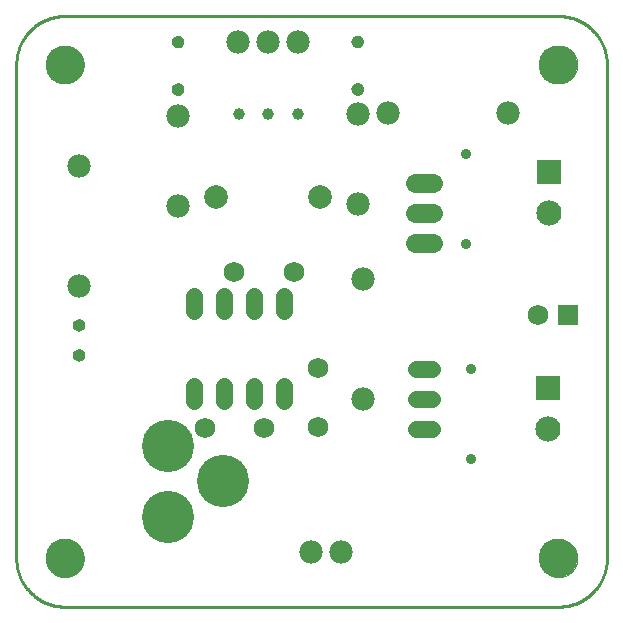
<source format=gts>
G75*
%MOIN*%
%OFA0B0*%
%FSLAX25Y25*%
%IPPOS*%
%LPD*%
%AMOC8*
5,1,8,0,0,1.08239X$1,22.5*
%
%ADD10C,0.01000*%
%ADD11C,0.06900*%
%ADD12C,0.07800*%
%ADD13C,0.05600*%
%ADD14C,0.00500*%
%ADD15C,0.06400*%
%ADD16C,0.07874*%
%ADD17C,0.03937*%
%ADD18R,0.06900X0.06900*%
%ADD19C,0.03600*%
%ADD20C,0.00000*%
%ADD21C,0.12998*%
%ADD22R,0.08400X0.08400*%
%ADD23C,0.08400*%
%ADD24C,0.17400*%
D10*
X0016067Y0027183D02*
X0016067Y0191750D01*
X0016072Y0192140D01*
X0016086Y0192530D01*
X0016109Y0192919D01*
X0016142Y0193308D01*
X0016185Y0193696D01*
X0016236Y0194082D01*
X0016297Y0194468D01*
X0016368Y0194851D01*
X0016447Y0195233D01*
X0016536Y0195613D01*
X0016634Y0195991D01*
X0016741Y0196366D01*
X0016857Y0196738D01*
X0016982Y0197108D01*
X0017116Y0197474D01*
X0017259Y0197837D01*
X0017410Y0198197D01*
X0017570Y0198552D01*
X0017739Y0198904D01*
X0017916Y0199252D01*
X0018101Y0199595D01*
X0018295Y0199933D01*
X0018497Y0200267D01*
X0018707Y0200596D01*
X0018924Y0200920D01*
X0019150Y0201238D01*
X0019383Y0201551D01*
X0019623Y0201858D01*
X0019871Y0202159D01*
X0020127Y0202454D01*
X0020389Y0202743D01*
X0020658Y0203025D01*
X0020934Y0203301D01*
X0021216Y0203570D01*
X0021505Y0203832D01*
X0021800Y0204088D01*
X0022101Y0204336D01*
X0022408Y0204576D01*
X0022721Y0204809D01*
X0023039Y0205035D01*
X0023363Y0205252D01*
X0023692Y0205462D01*
X0024026Y0205664D01*
X0024364Y0205858D01*
X0024707Y0206043D01*
X0025055Y0206220D01*
X0025407Y0206389D01*
X0025762Y0206549D01*
X0026122Y0206700D01*
X0026485Y0206843D01*
X0026851Y0206977D01*
X0027221Y0207102D01*
X0027593Y0207218D01*
X0027968Y0207325D01*
X0028346Y0207423D01*
X0028726Y0207512D01*
X0029108Y0207591D01*
X0029491Y0207662D01*
X0029877Y0207723D01*
X0030263Y0207774D01*
X0030651Y0207817D01*
X0031040Y0207850D01*
X0031429Y0207873D01*
X0031819Y0207887D01*
X0032209Y0207892D01*
X0196776Y0207892D01*
X0197166Y0207887D01*
X0197556Y0207873D01*
X0197945Y0207850D01*
X0198334Y0207817D01*
X0198722Y0207774D01*
X0199108Y0207723D01*
X0199494Y0207662D01*
X0199877Y0207591D01*
X0200259Y0207512D01*
X0200639Y0207423D01*
X0201017Y0207325D01*
X0201392Y0207218D01*
X0201764Y0207102D01*
X0202134Y0206977D01*
X0202500Y0206843D01*
X0202863Y0206700D01*
X0203223Y0206549D01*
X0203578Y0206389D01*
X0203930Y0206220D01*
X0204278Y0206043D01*
X0204621Y0205858D01*
X0204959Y0205664D01*
X0205293Y0205462D01*
X0205622Y0205252D01*
X0205946Y0205035D01*
X0206264Y0204809D01*
X0206577Y0204576D01*
X0206884Y0204336D01*
X0207185Y0204088D01*
X0207480Y0203832D01*
X0207769Y0203570D01*
X0208051Y0203301D01*
X0208327Y0203025D01*
X0208596Y0202743D01*
X0208858Y0202454D01*
X0209114Y0202159D01*
X0209362Y0201858D01*
X0209602Y0201551D01*
X0209835Y0201238D01*
X0210061Y0200920D01*
X0210278Y0200596D01*
X0210488Y0200267D01*
X0210690Y0199933D01*
X0210884Y0199595D01*
X0211069Y0199252D01*
X0211246Y0198904D01*
X0211415Y0198552D01*
X0211575Y0198197D01*
X0211726Y0197837D01*
X0211869Y0197474D01*
X0212003Y0197108D01*
X0212128Y0196738D01*
X0212244Y0196366D01*
X0212351Y0195991D01*
X0212449Y0195613D01*
X0212538Y0195233D01*
X0212617Y0194851D01*
X0212688Y0194468D01*
X0212749Y0194082D01*
X0212800Y0193696D01*
X0212843Y0193308D01*
X0212876Y0192919D01*
X0212899Y0192530D01*
X0212913Y0192140D01*
X0212918Y0191750D01*
X0212917Y0191750D02*
X0212917Y0027183D01*
X0212918Y0027183D02*
X0212913Y0026793D01*
X0212899Y0026403D01*
X0212876Y0026014D01*
X0212843Y0025625D01*
X0212800Y0025237D01*
X0212749Y0024851D01*
X0212688Y0024465D01*
X0212617Y0024082D01*
X0212538Y0023700D01*
X0212449Y0023320D01*
X0212351Y0022942D01*
X0212244Y0022567D01*
X0212128Y0022195D01*
X0212003Y0021825D01*
X0211869Y0021459D01*
X0211726Y0021096D01*
X0211575Y0020736D01*
X0211415Y0020381D01*
X0211246Y0020029D01*
X0211069Y0019681D01*
X0210884Y0019338D01*
X0210690Y0019000D01*
X0210488Y0018666D01*
X0210278Y0018337D01*
X0210061Y0018013D01*
X0209835Y0017695D01*
X0209602Y0017382D01*
X0209362Y0017075D01*
X0209114Y0016774D01*
X0208858Y0016479D01*
X0208596Y0016190D01*
X0208327Y0015908D01*
X0208051Y0015632D01*
X0207769Y0015363D01*
X0207480Y0015101D01*
X0207185Y0014845D01*
X0206884Y0014597D01*
X0206577Y0014357D01*
X0206264Y0014124D01*
X0205946Y0013898D01*
X0205622Y0013681D01*
X0205293Y0013471D01*
X0204959Y0013269D01*
X0204621Y0013075D01*
X0204278Y0012890D01*
X0203930Y0012713D01*
X0203578Y0012544D01*
X0203223Y0012384D01*
X0202863Y0012233D01*
X0202500Y0012090D01*
X0202134Y0011956D01*
X0201764Y0011831D01*
X0201392Y0011715D01*
X0201017Y0011608D01*
X0200639Y0011510D01*
X0200259Y0011421D01*
X0199877Y0011342D01*
X0199494Y0011271D01*
X0199108Y0011210D01*
X0198722Y0011159D01*
X0198334Y0011116D01*
X0197945Y0011083D01*
X0197556Y0011060D01*
X0197166Y0011046D01*
X0196776Y0011041D01*
X0032209Y0011041D01*
X0031819Y0011046D01*
X0031429Y0011060D01*
X0031040Y0011083D01*
X0030651Y0011116D01*
X0030263Y0011159D01*
X0029877Y0011210D01*
X0029491Y0011271D01*
X0029108Y0011342D01*
X0028726Y0011421D01*
X0028346Y0011510D01*
X0027968Y0011608D01*
X0027593Y0011715D01*
X0027221Y0011831D01*
X0026851Y0011956D01*
X0026485Y0012090D01*
X0026122Y0012233D01*
X0025762Y0012384D01*
X0025407Y0012544D01*
X0025055Y0012713D01*
X0024707Y0012890D01*
X0024364Y0013075D01*
X0024026Y0013269D01*
X0023692Y0013471D01*
X0023363Y0013681D01*
X0023039Y0013898D01*
X0022721Y0014124D01*
X0022408Y0014357D01*
X0022101Y0014597D01*
X0021800Y0014845D01*
X0021505Y0015101D01*
X0021216Y0015363D01*
X0020934Y0015632D01*
X0020658Y0015908D01*
X0020389Y0016190D01*
X0020127Y0016479D01*
X0019871Y0016774D01*
X0019623Y0017075D01*
X0019383Y0017382D01*
X0019150Y0017695D01*
X0018924Y0018013D01*
X0018707Y0018337D01*
X0018497Y0018666D01*
X0018295Y0019000D01*
X0018101Y0019338D01*
X0017916Y0019681D01*
X0017739Y0020029D01*
X0017570Y0020381D01*
X0017410Y0020736D01*
X0017259Y0021096D01*
X0017116Y0021459D01*
X0016982Y0021825D01*
X0016857Y0022195D01*
X0016741Y0022567D01*
X0016634Y0022942D01*
X0016536Y0023320D01*
X0016447Y0023700D01*
X0016368Y0024082D01*
X0016297Y0024465D01*
X0016236Y0024851D01*
X0016185Y0025237D01*
X0016142Y0025625D01*
X0016109Y0026014D01*
X0016086Y0026403D01*
X0016072Y0026793D01*
X0016067Y0027183D01*
D11*
X0078862Y0070687D03*
X0098547Y0070687D03*
X0116461Y0070884D03*
X0116461Y0090569D03*
X0108469Y0122656D03*
X0088783Y0122656D03*
X0189807Y0108286D03*
D12*
X0131539Y0120215D03*
X0130043Y0145097D03*
X0130043Y0175097D03*
X0139965Y0175490D03*
X0110083Y0199230D03*
X0100083Y0199230D03*
X0090083Y0199230D03*
X0069807Y0174467D03*
X0069807Y0144467D03*
X0037051Y0158010D03*
X0037051Y0118010D03*
X0131539Y0080215D03*
X0124335Y0029152D03*
X0114335Y0029152D03*
X0179965Y0175490D03*
D13*
X0105201Y0114665D02*
X0105201Y0109465D01*
X0095201Y0109465D02*
X0095201Y0114665D01*
X0085201Y0114665D02*
X0085201Y0109465D01*
X0075201Y0109465D02*
X0075201Y0114665D01*
X0075201Y0084665D02*
X0075201Y0079465D01*
X0085201Y0079465D02*
X0085201Y0084665D01*
X0095201Y0084665D02*
X0095201Y0079465D01*
X0105201Y0079465D02*
X0105201Y0084665D01*
X0149333Y0080175D02*
X0154533Y0080175D01*
X0154533Y0070175D02*
X0149333Y0070175D01*
X0149333Y0090175D02*
X0154533Y0090175D01*
D14*
X0130306Y0181758D02*
X0129926Y0181706D01*
X0129526Y0181741D01*
X0129143Y0181865D01*
X0128797Y0182070D01*
X0128506Y0182347D01*
X0128284Y0182682D01*
X0128142Y0183058D01*
X0128087Y0183456D01*
X0128138Y0183849D01*
X0128275Y0184221D01*
X0128491Y0184553D01*
X0128776Y0184829D01*
X0129115Y0185034D01*
X0129492Y0185158D01*
X0129886Y0185196D01*
X0130270Y0185150D01*
X0130633Y0185019D01*
X0130959Y0184811D01*
X0131229Y0184535D01*
X0131432Y0184206D01*
X0131557Y0183841D01*
X0131596Y0183456D01*
X0131563Y0183075D01*
X0131445Y0182710D01*
X0131248Y0182381D01*
X0130984Y0182104D01*
X0130664Y0181893D01*
X0130306Y0181758D01*
X0130873Y0182031D02*
X0128863Y0182031D01*
X0128385Y0182529D02*
X0131337Y0182529D01*
X0131547Y0183028D02*
X0128153Y0183028D01*
X0128096Y0183526D02*
X0131589Y0183526D01*
X0131494Y0184025D02*
X0128202Y0184025D01*
X0128472Y0184523D02*
X0131237Y0184523D01*
X0130625Y0185022D02*
X0129096Y0185022D01*
X0129926Y0197506D02*
X0129526Y0197541D01*
X0129143Y0197665D01*
X0128797Y0197870D01*
X0128506Y0198147D01*
X0128284Y0198482D01*
X0128142Y0198858D01*
X0128087Y0199256D01*
X0128138Y0199649D01*
X0128275Y0200021D01*
X0128491Y0200353D01*
X0128776Y0200629D01*
X0129115Y0200834D01*
X0129492Y0200958D01*
X0129886Y0200996D01*
X0130270Y0200950D01*
X0130633Y0200819D01*
X0130959Y0200611D01*
X0131229Y0200335D01*
X0131432Y0200006D01*
X0131557Y0199641D01*
X0131596Y0199256D01*
X0131563Y0198875D01*
X0131445Y0198510D01*
X0131248Y0198181D01*
X0130984Y0197904D01*
X0130664Y0197693D01*
X0130306Y0197558D01*
X0129926Y0197506D01*
X0131059Y0197983D02*
X0128679Y0197983D01*
X0128284Y0198482D02*
X0131427Y0198482D01*
X0131572Y0198980D02*
X0128125Y0198980D01*
X0128115Y0199479D02*
X0131573Y0199479D01*
X0131442Y0199977D02*
X0128259Y0199977D01*
X0128618Y0200476D02*
X0131091Y0200476D01*
X0130067Y0200974D02*
X0129657Y0200974D01*
X0071754Y0199256D02*
X0071714Y0199641D01*
X0071590Y0200006D01*
X0071387Y0200335D01*
X0071116Y0200611D01*
X0070791Y0200819D01*
X0070427Y0200950D01*
X0070044Y0200996D01*
X0069649Y0200958D01*
X0069273Y0200834D01*
X0068934Y0200629D01*
X0068649Y0200353D01*
X0068432Y0200021D01*
X0068295Y0199649D01*
X0068244Y0199256D01*
X0068299Y0198858D01*
X0068441Y0198482D01*
X0068664Y0198147D01*
X0068955Y0197870D01*
X0069301Y0197665D01*
X0069683Y0197541D01*
X0070084Y0197506D01*
X0070463Y0197558D01*
X0070822Y0197693D01*
X0071141Y0197904D01*
X0071406Y0198181D01*
X0071602Y0198510D01*
X0071720Y0198875D01*
X0071754Y0199256D01*
X0071731Y0199479D02*
X0068273Y0199479D01*
X0068282Y0198980D02*
X0071729Y0198980D01*
X0071585Y0198482D02*
X0068442Y0198482D01*
X0068836Y0197983D02*
X0071217Y0197983D01*
X0071599Y0199977D02*
X0068416Y0199977D01*
X0068776Y0200476D02*
X0071249Y0200476D01*
X0070224Y0200974D02*
X0069814Y0200974D01*
X0070044Y0185196D02*
X0070427Y0185150D01*
X0070791Y0185019D01*
X0071116Y0184811D01*
X0071387Y0184535D01*
X0071590Y0184206D01*
X0071714Y0183841D01*
X0071754Y0183456D01*
X0071720Y0183075D01*
X0071602Y0182710D01*
X0071406Y0182381D01*
X0071141Y0182104D01*
X0070822Y0181893D01*
X0070463Y0181758D01*
X0070084Y0181706D01*
X0069683Y0181741D01*
X0069301Y0181865D01*
X0068955Y0182070D01*
X0068664Y0182347D01*
X0068441Y0182682D01*
X0068299Y0183058D01*
X0068244Y0183456D01*
X0068295Y0183849D01*
X0068432Y0184221D01*
X0068649Y0184553D01*
X0068934Y0184829D01*
X0069273Y0185034D01*
X0069649Y0185158D01*
X0070044Y0185196D01*
X0070783Y0185022D02*
X0069253Y0185022D01*
X0068629Y0184523D02*
X0071394Y0184523D01*
X0071651Y0184025D02*
X0068360Y0184025D01*
X0068253Y0183526D02*
X0071747Y0183526D01*
X0071705Y0183028D02*
X0068311Y0183028D01*
X0068543Y0182529D02*
X0071494Y0182529D01*
X0071030Y0182031D02*
X0069021Y0182031D01*
X0037676Y0106413D02*
X0037293Y0106536D01*
X0036893Y0106571D01*
X0036513Y0106519D01*
X0036154Y0106384D01*
X0035835Y0106173D01*
X0035571Y0105896D01*
X0035374Y0105567D01*
X0035256Y0105203D01*
X0035222Y0104821D01*
X0035262Y0104437D01*
X0035387Y0104071D01*
X0035590Y0103742D01*
X0035860Y0103467D01*
X0036186Y0103258D01*
X0036549Y0103128D01*
X0036933Y0103081D01*
X0037327Y0103119D01*
X0037703Y0103243D01*
X0038043Y0103449D01*
X0038328Y0103724D01*
X0038544Y0104056D01*
X0038681Y0104428D01*
X0038732Y0104821D01*
X0038677Y0105219D01*
X0038535Y0105595D01*
X0038313Y0105930D01*
X0038021Y0106207D01*
X0037676Y0106413D01*
X0037938Y0106257D02*
X0035962Y0106257D01*
X0035489Y0105759D02*
X0038427Y0105759D01*
X0038662Y0105260D02*
X0035275Y0105260D01*
X0035229Y0104762D02*
X0038725Y0104762D01*
X0038620Y0104263D02*
X0035321Y0104263D01*
X0035576Y0103765D02*
X0038354Y0103765D01*
X0037741Y0103266D02*
X0036174Y0103266D01*
X0036893Y0096571D02*
X0036513Y0096519D01*
X0036154Y0096384D01*
X0035835Y0096173D01*
X0035571Y0095896D01*
X0035374Y0095567D01*
X0035256Y0095203D01*
X0035222Y0094821D01*
X0035262Y0094437D01*
X0035387Y0094071D01*
X0035590Y0093742D01*
X0035860Y0093467D01*
X0036186Y0093258D01*
X0036549Y0093128D01*
X0036933Y0093081D01*
X0037327Y0093119D01*
X0037703Y0093243D01*
X0038043Y0093449D01*
X0038328Y0093724D01*
X0038544Y0094056D01*
X0038681Y0094428D01*
X0038732Y0094821D01*
X0038677Y0095219D01*
X0038535Y0095595D01*
X0038313Y0095930D01*
X0038021Y0096207D01*
X0037676Y0096413D01*
X0037293Y0096536D01*
X0036893Y0096571D01*
X0036007Y0096287D02*
X0037888Y0096287D01*
X0038407Y0095788D02*
X0035506Y0095788D01*
X0035285Y0095290D02*
X0038651Y0095290D01*
X0038728Y0094791D02*
X0035226Y0094791D01*
X0035311Y0094293D02*
X0038631Y0094293D01*
X0038373Y0093794D02*
X0035557Y0093794D01*
X0036127Y0093296D02*
X0037790Y0093296D01*
D15*
X0149091Y0132419D02*
X0155091Y0132419D01*
X0155091Y0142419D02*
X0149091Y0142419D01*
X0149091Y0152419D02*
X0155091Y0152419D01*
D16*
X0117327Y0147695D03*
X0082681Y0147695D03*
D17*
X0090161Y0175254D03*
X0100004Y0175254D03*
X0109846Y0175254D03*
D18*
X0199807Y0108286D03*
D19*
X0167642Y0090215D03*
X0167642Y0060215D03*
X0167642Y0060215D03*
X0166067Y0131868D03*
X0166067Y0131868D03*
X0166067Y0161868D03*
D20*
X0190477Y0191750D02*
X0190479Y0191908D01*
X0190485Y0192066D01*
X0190495Y0192224D01*
X0190509Y0192382D01*
X0190527Y0192539D01*
X0190548Y0192696D01*
X0190574Y0192852D01*
X0190604Y0193008D01*
X0190637Y0193163D01*
X0190675Y0193316D01*
X0190716Y0193469D01*
X0190761Y0193621D01*
X0190810Y0193772D01*
X0190863Y0193921D01*
X0190919Y0194069D01*
X0190979Y0194215D01*
X0191043Y0194360D01*
X0191111Y0194503D01*
X0191182Y0194645D01*
X0191256Y0194785D01*
X0191334Y0194922D01*
X0191416Y0195058D01*
X0191500Y0195192D01*
X0191589Y0195323D01*
X0191680Y0195452D01*
X0191775Y0195579D01*
X0191872Y0195704D01*
X0191973Y0195826D01*
X0192077Y0195945D01*
X0192184Y0196062D01*
X0192294Y0196176D01*
X0192407Y0196287D01*
X0192522Y0196396D01*
X0192640Y0196501D01*
X0192761Y0196603D01*
X0192884Y0196703D01*
X0193010Y0196799D01*
X0193138Y0196892D01*
X0193268Y0196982D01*
X0193401Y0197068D01*
X0193536Y0197152D01*
X0193672Y0197231D01*
X0193811Y0197308D01*
X0193952Y0197380D01*
X0194094Y0197450D01*
X0194238Y0197515D01*
X0194384Y0197577D01*
X0194531Y0197635D01*
X0194680Y0197690D01*
X0194830Y0197741D01*
X0194981Y0197788D01*
X0195133Y0197831D01*
X0195286Y0197870D01*
X0195441Y0197906D01*
X0195596Y0197937D01*
X0195752Y0197965D01*
X0195908Y0197989D01*
X0196065Y0198009D01*
X0196223Y0198025D01*
X0196380Y0198037D01*
X0196539Y0198045D01*
X0196697Y0198049D01*
X0196855Y0198049D01*
X0197013Y0198045D01*
X0197172Y0198037D01*
X0197329Y0198025D01*
X0197487Y0198009D01*
X0197644Y0197989D01*
X0197800Y0197965D01*
X0197956Y0197937D01*
X0198111Y0197906D01*
X0198266Y0197870D01*
X0198419Y0197831D01*
X0198571Y0197788D01*
X0198722Y0197741D01*
X0198872Y0197690D01*
X0199021Y0197635D01*
X0199168Y0197577D01*
X0199314Y0197515D01*
X0199458Y0197450D01*
X0199600Y0197380D01*
X0199741Y0197308D01*
X0199880Y0197231D01*
X0200016Y0197152D01*
X0200151Y0197068D01*
X0200284Y0196982D01*
X0200414Y0196892D01*
X0200542Y0196799D01*
X0200668Y0196703D01*
X0200791Y0196603D01*
X0200912Y0196501D01*
X0201030Y0196396D01*
X0201145Y0196287D01*
X0201258Y0196176D01*
X0201368Y0196062D01*
X0201475Y0195945D01*
X0201579Y0195826D01*
X0201680Y0195704D01*
X0201777Y0195579D01*
X0201872Y0195452D01*
X0201963Y0195323D01*
X0202052Y0195192D01*
X0202136Y0195058D01*
X0202218Y0194922D01*
X0202296Y0194785D01*
X0202370Y0194645D01*
X0202441Y0194503D01*
X0202509Y0194360D01*
X0202573Y0194215D01*
X0202633Y0194069D01*
X0202689Y0193921D01*
X0202742Y0193772D01*
X0202791Y0193621D01*
X0202836Y0193469D01*
X0202877Y0193316D01*
X0202915Y0193163D01*
X0202948Y0193008D01*
X0202978Y0192852D01*
X0203004Y0192696D01*
X0203025Y0192539D01*
X0203043Y0192382D01*
X0203057Y0192224D01*
X0203067Y0192066D01*
X0203073Y0191908D01*
X0203075Y0191750D01*
X0203073Y0191592D01*
X0203067Y0191434D01*
X0203057Y0191276D01*
X0203043Y0191118D01*
X0203025Y0190961D01*
X0203004Y0190804D01*
X0202978Y0190648D01*
X0202948Y0190492D01*
X0202915Y0190337D01*
X0202877Y0190184D01*
X0202836Y0190031D01*
X0202791Y0189879D01*
X0202742Y0189728D01*
X0202689Y0189579D01*
X0202633Y0189431D01*
X0202573Y0189285D01*
X0202509Y0189140D01*
X0202441Y0188997D01*
X0202370Y0188855D01*
X0202296Y0188715D01*
X0202218Y0188578D01*
X0202136Y0188442D01*
X0202052Y0188308D01*
X0201963Y0188177D01*
X0201872Y0188048D01*
X0201777Y0187921D01*
X0201680Y0187796D01*
X0201579Y0187674D01*
X0201475Y0187555D01*
X0201368Y0187438D01*
X0201258Y0187324D01*
X0201145Y0187213D01*
X0201030Y0187104D01*
X0200912Y0186999D01*
X0200791Y0186897D01*
X0200668Y0186797D01*
X0200542Y0186701D01*
X0200414Y0186608D01*
X0200284Y0186518D01*
X0200151Y0186432D01*
X0200016Y0186348D01*
X0199880Y0186269D01*
X0199741Y0186192D01*
X0199600Y0186120D01*
X0199458Y0186050D01*
X0199314Y0185985D01*
X0199168Y0185923D01*
X0199021Y0185865D01*
X0198872Y0185810D01*
X0198722Y0185759D01*
X0198571Y0185712D01*
X0198419Y0185669D01*
X0198266Y0185630D01*
X0198111Y0185594D01*
X0197956Y0185563D01*
X0197800Y0185535D01*
X0197644Y0185511D01*
X0197487Y0185491D01*
X0197329Y0185475D01*
X0197172Y0185463D01*
X0197013Y0185455D01*
X0196855Y0185451D01*
X0196697Y0185451D01*
X0196539Y0185455D01*
X0196380Y0185463D01*
X0196223Y0185475D01*
X0196065Y0185491D01*
X0195908Y0185511D01*
X0195752Y0185535D01*
X0195596Y0185563D01*
X0195441Y0185594D01*
X0195286Y0185630D01*
X0195133Y0185669D01*
X0194981Y0185712D01*
X0194830Y0185759D01*
X0194680Y0185810D01*
X0194531Y0185865D01*
X0194384Y0185923D01*
X0194238Y0185985D01*
X0194094Y0186050D01*
X0193952Y0186120D01*
X0193811Y0186192D01*
X0193672Y0186269D01*
X0193536Y0186348D01*
X0193401Y0186432D01*
X0193268Y0186518D01*
X0193138Y0186608D01*
X0193010Y0186701D01*
X0192884Y0186797D01*
X0192761Y0186897D01*
X0192640Y0186999D01*
X0192522Y0187104D01*
X0192407Y0187213D01*
X0192294Y0187324D01*
X0192184Y0187438D01*
X0192077Y0187555D01*
X0191973Y0187674D01*
X0191872Y0187796D01*
X0191775Y0187921D01*
X0191680Y0188048D01*
X0191589Y0188177D01*
X0191500Y0188308D01*
X0191416Y0188442D01*
X0191334Y0188578D01*
X0191256Y0188715D01*
X0191182Y0188855D01*
X0191111Y0188997D01*
X0191043Y0189140D01*
X0190979Y0189285D01*
X0190919Y0189431D01*
X0190863Y0189579D01*
X0190810Y0189728D01*
X0190761Y0189879D01*
X0190716Y0190031D01*
X0190675Y0190184D01*
X0190637Y0190337D01*
X0190604Y0190492D01*
X0190574Y0190648D01*
X0190548Y0190804D01*
X0190527Y0190961D01*
X0190509Y0191118D01*
X0190495Y0191276D01*
X0190485Y0191434D01*
X0190479Y0191592D01*
X0190477Y0191750D01*
X0025910Y0191750D02*
X0025912Y0191908D01*
X0025918Y0192066D01*
X0025928Y0192224D01*
X0025942Y0192382D01*
X0025960Y0192539D01*
X0025981Y0192696D01*
X0026007Y0192852D01*
X0026037Y0193008D01*
X0026070Y0193163D01*
X0026108Y0193316D01*
X0026149Y0193469D01*
X0026194Y0193621D01*
X0026243Y0193772D01*
X0026296Y0193921D01*
X0026352Y0194069D01*
X0026412Y0194215D01*
X0026476Y0194360D01*
X0026544Y0194503D01*
X0026615Y0194645D01*
X0026689Y0194785D01*
X0026767Y0194922D01*
X0026849Y0195058D01*
X0026933Y0195192D01*
X0027022Y0195323D01*
X0027113Y0195452D01*
X0027208Y0195579D01*
X0027305Y0195704D01*
X0027406Y0195826D01*
X0027510Y0195945D01*
X0027617Y0196062D01*
X0027727Y0196176D01*
X0027840Y0196287D01*
X0027955Y0196396D01*
X0028073Y0196501D01*
X0028194Y0196603D01*
X0028317Y0196703D01*
X0028443Y0196799D01*
X0028571Y0196892D01*
X0028701Y0196982D01*
X0028834Y0197068D01*
X0028969Y0197152D01*
X0029105Y0197231D01*
X0029244Y0197308D01*
X0029385Y0197380D01*
X0029527Y0197450D01*
X0029671Y0197515D01*
X0029817Y0197577D01*
X0029964Y0197635D01*
X0030113Y0197690D01*
X0030263Y0197741D01*
X0030414Y0197788D01*
X0030566Y0197831D01*
X0030719Y0197870D01*
X0030874Y0197906D01*
X0031029Y0197937D01*
X0031185Y0197965D01*
X0031341Y0197989D01*
X0031498Y0198009D01*
X0031656Y0198025D01*
X0031813Y0198037D01*
X0031972Y0198045D01*
X0032130Y0198049D01*
X0032288Y0198049D01*
X0032446Y0198045D01*
X0032605Y0198037D01*
X0032762Y0198025D01*
X0032920Y0198009D01*
X0033077Y0197989D01*
X0033233Y0197965D01*
X0033389Y0197937D01*
X0033544Y0197906D01*
X0033699Y0197870D01*
X0033852Y0197831D01*
X0034004Y0197788D01*
X0034155Y0197741D01*
X0034305Y0197690D01*
X0034454Y0197635D01*
X0034601Y0197577D01*
X0034747Y0197515D01*
X0034891Y0197450D01*
X0035033Y0197380D01*
X0035174Y0197308D01*
X0035313Y0197231D01*
X0035449Y0197152D01*
X0035584Y0197068D01*
X0035717Y0196982D01*
X0035847Y0196892D01*
X0035975Y0196799D01*
X0036101Y0196703D01*
X0036224Y0196603D01*
X0036345Y0196501D01*
X0036463Y0196396D01*
X0036578Y0196287D01*
X0036691Y0196176D01*
X0036801Y0196062D01*
X0036908Y0195945D01*
X0037012Y0195826D01*
X0037113Y0195704D01*
X0037210Y0195579D01*
X0037305Y0195452D01*
X0037396Y0195323D01*
X0037485Y0195192D01*
X0037569Y0195058D01*
X0037651Y0194922D01*
X0037729Y0194785D01*
X0037803Y0194645D01*
X0037874Y0194503D01*
X0037942Y0194360D01*
X0038006Y0194215D01*
X0038066Y0194069D01*
X0038122Y0193921D01*
X0038175Y0193772D01*
X0038224Y0193621D01*
X0038269Y0193469D01*
X0038310Y0193316D01*
X0038348Y0193163D01*
X0038381Y0193008D01*
X0038411Y0192852D01*
X0038437Y0192696D01*
X0038458Y0192539D01*
X0038476Y0192382D01*
X0038490Y0192224D01*
X0038500Y0192066D01*
X0038506Y0191908D01*
X0038508Y0191750D01*
X0038506Y0191592D01*
X0038500Y0191434D01*
X0038490Y0191276D01*
X0038476Y0191118D01*
X0038458Y0190961D01*
X0038437Y0190804D01*
X0038411Y0190648D01*
X0038381Y0190492D01*
X0038348Y0190337D01*
X0038310Y0190184D01*
X0038269Y0190031D01*
X0038224Y0189879D01*
X0038175Y0189728D01*
X0038122Y0189579D01*
X0038066Y0189431D01*
X0038006Y0189285D01*
X0037942Y0189140D01*
X0037874Y0188997D01*
X0037803Y0188855D01*
X0037729Y0188715D01*
X0037651Y0188578D01*
X0037569Y0188442D01*
X0037485Y0188308D01*
X0037396Y0188177D01*
X0037305Y0188048D01*
X0037210Y0187921D01*
X0037113Y0187796D01*
X0037012Y0187674D01*
X0036908Y0187555D01*
X0036801Y0187438D01*
X0036691Y0187324D01*
X0036578Y0187213D01*
X0036463Y0187104D01*
X0036345Y0186999D01*
X0036224Y0186897D01*
X0036101Y0186797D01*
X0035975Y0186701D01*
X0035847Y0186608D01*
X0035717Y0186518D01*
X0035584Y0186432D01*
X0035449Y0186348D01*
X0035313Y0186269D01*
X0035174Y0186192D01*
X0035033Y0186120D01*
X0034891Y0186050D01*
X0034747Y0185985D01*
X0034601Y0185923D01*
X0034454Y0185865D01*
X0034305Y0185810D01*
X0034155Y0185759D01*
X0034004Y0185712D01*
X0033852Y0185669D01*
X0033699Y0185630D01*
X0033544Y0185594D01*
X0033389Y0185563D01*
X0033233Y0185535D01*
X0033077Y0185511D01*
X0032920Y0185491D01*
X0032762Y0185475D01*
X0032605Y0185463D01*
X0032446Y0185455D01*
X0032288Y0185451D01*
X0032130Y0185451D01*
X0031972Y0185455D01*
X0031813Y0185463D01*
X0031656Y0185475D01*
X0031498Y0185491D01*
X0031341Y0185511D01*
X0031185Y0185535D01*
X0031029Y0185563D01*
X0030874Y0185594D01*
X0030719Y0185630D01*
X0030566Y0185669D01*
X0030414Y0185712D01*
X0030263Y0185759D01*
X0030113Y0185810D01*
X0029964Y0185865D01*
X0029817Y0185923D01*
X0029671Y0185985D01*
X0029527Y0186050D01*
X0029385Y0186120D01*
X0029244Y0186192D01*
X0029105Y0186269D01*
X0028969Y0186348D01*
X0028834Y0186432D01*
X0028701Y0186518D01*
X0028571Y0186608D01*
X0028443Y0186701D01*
X0028317Y0186797D01*
X0028194Y0186897D01*
X0028073Y0186999D01*
X0027955Y0187104D01*
X0027840Y0187213D01*
X0027727Y0187324D01*
X0027617Y0187438D01*
X0027510Y0187555D01*
X0027406Y0187674D01*
X0027305Y0187796D01*
X0027208Y0187921D01*
X0027113Y0188048D01*
X0027022Y0188177D01*
X0026933Y0188308D01*
X0026849Y0188442D01*
X0026767Y0188578D01*
X0026689Y0188715D01*
X0026615Y0188855D01*
X0026544Y0188997D01*
X0026476Y0189140D01*
X0026412Y0189285D01*
X0026352Y0189431D01*
X0026296Y0189579D01*
X0026243Y0189728D01*
X0026194Y0189879D01*
X0026149Y0190031D01*
X0026108Y0190184D01*
X0026070Y0190337D01*
X0026037Y0190492D01*
X0026007Y0190648D01*
X0025981Y0190804D01*
X0025960Y0190961D01*
X0025942Y0191118D01*
X0025928Y0191276D01*
X0025918Y0191434D01*
X0025912Y0191592D01*
X0025910Y0191750D01*
X0025910Y0027183D02*
X0025912Y0027341D01*
X0025918Y0027499D01*
X0025928Y0027657D01*
X0025942Y0027815D01*
X0025960Y0027972D01*
X0025981Y0028129D01*
X0026007Y0028285D01*
X0026037Y0028441D01*
X0026070Y0028596D01*
X0026108Y0028749D01*
X0026149Y0028902D01*
X0026194Y0029054D01*
X0026243Y0029205D01*
X0026296Y0029354D01*
X0026352Y0029502D01*
X0026412Y0029648D01*
X0026476Y0029793D01*
X0026544Y0029936D01*
X0026615Y0030078D01*
X0026689Y0030218D01*
X0026767Y0030355D01*
X0026849Y0030491D01*
X0026933Y0030625D01*
X0027022Y0030756D01*
X0027113Y0030885D01*
X0027208Y0031012D01*
X0027305Y0031137D01*
X0027406Y0031259D01*
X0027510Y0031378D01*
X0027617Y0031495D01*
X0027727Y0031609D01*
X0027840Y0031720D01*
X0027955Y0031829D01*
X0028073Y0031934D01*
X0028194Y0032036D01*
X0028317Y0032136D01*
X0028443Y0032232D01*
X0028571Y0032325D01*
X0028701Y0032415D01*
X0028834Y0032501D01*
X0028969Y0032585D01*
X0029105Y0032664D01*
X0029244Y0032741D01*
X0029385Y0032813D01*
X0029527Y0032883D01*
X0029671Y0032948D01*
X0029817Y0033010D01*
X0029964Y0033068D01*
X0030113Y0033123D01*
X0030263Y0033174D01*
X0030414Y0033221D01*
X0030566Y0033264D01*
X0030719Y0033303D01*
X0030874Y0033339D01*
X0031029Y0033370D01*
X0031185Y0033398D01*
X0031341Y0033422D01*
X0031498Y0033442D01*
X0031656Y0033458D01*
X0031813Y0033470D01*
X0031972Y0033478D01*
X0032130Y0033482D01*
X0032288Y0033482D01*
X0032446Y0033478D01*
X0032605Y0033470D01*
X0032762Y0033458D01*
X0032920Y0033442D01*
X0033077Y0033422D01*
X0033233Y0033398D01*
X0033389Y0033370D01*
X0033544Y0033339D01*
X0033699Y0033303D01*
X0033852Y0033264D01*
X0034004Y0033221D01*
X0034155Y0033174D01*
X0034305Y0033123D01*
X0034454Y0033068D01*
X0034601Y0033010D01*
X0034747Y0032948D01*
X0034891Y0032883D01*
X0035033Y0032813D01*
X0035174Y0032741D01*
X0035313Y0032664D01*
X0035449Y0032585D01*
X0035584Y0032501D01*
X0035717Y0032415D01*
X0035847Y0032325D01*
X0035975Y0032232D01*
X0036101Y0032136D01*
X0036224Y0032036D01*
X0036345Y0031934D01*
X0036463Y0031829D01*
X0036578Y0031720D01*
X0036691Y0031609D01*
X0036801Y0031495D01*
X0036908Y0031378D01*
X0037012Y0031259D01*
X0037113Y0031137D01*
X0037210Y0031012D01*
X0037305Y0030885D01*
X0037396Y0030756D01*
X0037485Y0030625D01*
X0037569Y0030491D01*
X0037651Y0030355D01*
X0037729Y0030218D01*
X0037803Y0030078D01*
X0037874Y0029936D01*
X0037942Y0029793D01*
X0038006Y0029648D01*
X0038066Y0029502D01*
X0038122Y0029354D01*
X0038175Y0029205D01*
X0038224Y0029054D01*
X0038269Y0028902D01*
X0038310Y0028749D01*
X0038348Y0028596D01*
X0038381Y0028441D01*
X0038411Y0028285D01*
X0038437Y0028129D01*
X0038458Y0027972D01*
X0038476Y0027815D01*
X0038490Y0027657D01*
X0038500Y0027499D01*
X0038506Y0027341D01*
X0038508Y0027183D01*
X0038506Y0027025D01*
X0038500Y0026867D01*
X0038490Y0026709D01*
X0038476Y0026551D01*
X0038458Y0026394D01*
X0038437Y0026237D01*
X0038411Y0026081D01*
X0038381Y0025925D01*
X0038348Y0025770D01*
X0038310Y0025617D01*
X0038269Y0025464D01*
X0038224Y0025312D01*
X0038175Y0025161D01*
X0038122Y0025012D01*
X0038066Y0024864D01*
X0038006Y0024718D01*
X0037942Y0024573D01*
X0037874Y0024430D01*
X0037803Y0024288D01*
X0037729Y0024148D01*
X0037651Y0024011D01*
X0037569Y0023875D01*
X0037485Y0023741D01*
X0037396Y0023610D01*
X0037305Y0023481D01*
X0037210Y0023354D01*
X0037113Y0023229D01*
X0037012Y0023107D01*
X0036908Y0022988D01*
X0036801Y0022871D01*
X0036691Y0022757D01*
X0036578Y0022646D01*
X0036463Y0022537D01*
X0036345Y0022432D01*
X0036224Y0022330D01*
X0036101Y0022230D01*
X0035975Y0022134D01*
X0035847Y0022041D01*
X0035717Y0021951D01*
X0035584Y0021865D01*
X0035449Y0021781D01*
X0035313Y0021702D01*
X0035174Y0021625D01*
X0035033Y0021553D01*
X0034891Y0021483D01*
X0034747Y0021418D01*
X0034601Y0021356D01*
X0034454Y0021298D01*
X0034305Y0021243D01*
X0034155Y0021192D01*
X0034004Y0021145D01*
X0033852Y0021102D01*
X0033699Y0021063D01*
X0033544Y0021027D01*
X0033389Y0020996D01*
X0033233Y0020968D01*
X0033077Y0020944D01*
X0032920Y0020924D01*
X0032762Y0020908D01*
X0032605Y0020896D01*
X0032446Y0020888D01*
X0032288Y0020884D01*
X0032130Y0020884D01*
X0031972Y0020888D01*
X0031813Y0020896D01*
X0031656Y0020908D01*
X0031498Y0020924D01*
X0031341Y0020944D01*
X0031185Y0020968D01*
X0031029Y0020996D01*
X0030874Y0021027D01*
X0030719Y0021063D01*
X0030566Y0021102D01*
X0030414Y0021145D01*
X0030263Y0021192D01*
X0030113Y0021243D01*
X0029964Y0021298D01*
X0029817Y0021356D01*
X0029671Y0021418D01*
X0029527Y0021483D01*
X0029385Y0021553D01*
X0029244Y0021625D01*
X0029105Y0021702D01*
X0028969Y0021781D01*
X0028834Y0021865D01*
X0028701Y0021951D01*
X0028571Y0022041D01*
X0028443Y0022134D01*
X0028317Y0022230D01*
X0028194Y0022330D01*
X0028073Y0022432D01*
X0027955Y0022537D01*
X0027840Y0022646D01*
X0027727Y0022757D01*
X0027617Y0022871D01*
X0027510Y0022988D01*
X0027406Y0023107D01*
X0027305Y0023229D01*
X0027208Y0023354D01*
X0027113Y0023481D01*
X0027022Y0023610D01*
X0026933Y0023741D01*
X0026849Y0023875D01*
X0026767Y0024011D01*
X0026689Y0024148D01*
X0026615Y0024288D01*
X0026544Y0024430D01*
X0026476Y0024573D01*
X0026412Y0024718D01*
X0026352Y0024864D01*
X0026296Y0025012D01*
X0026243Y0025161D01*
X0026194Y0025312D01*
X0026149Y0025464D01*
X0026108Y0025617D01*
X0026070Y0025770D01*
X0026037Y0025925D01*
X0026007Y0026081D01*
X0025981Y0026237D01*
X0025960Y0026394D01*
X0025942Y0026551D01*
X0025928Y0026709D01*
X0025918Y0026867D01*
X0025912Y0027025D01*
X0025910Y0027183D01*
X0190477Y0027183D02*
X0190479Y0027341D01*
X0190485Y0027499D01*
X0190495Y0027657D01*
X0190509Y0027815D01*
X0190527Y0027972D01*
X0190548Y0028129D01*
X0190574Y0028285D01*
X0190604Y0028441D01*
X0190637Y0028596D01*
X0190675Y0028749D01*
X0190716Y0028902D01*
X0190761Y0029054D01*
X0190810Y0029205D01*
X0190863Y0029354D01*
X0190919Y0029502D01*
X0190979Y0029648D01*
X0191043Y0029793D01*
X0191111Y0029936D01*
X0191182Y0030078D01*
X0191256Y0030218D01*
X0191334Y0030355D01*
X0191416Y0030491D01*
X0191500Y0030625D01*
X0191589Y0030756D01*
X0191680Y0030885D01*
X0191775Y0031012D01*
X0191872Y0031137D01*
X0191973Y0031259D01*
X0192077Y0031378D01*
X0192184Y0031495D01*
X0192294Y0031609D01*
X0192407Y0031720D01*
X0192522Y0031829D01*
X0192640Y0031934D01*
X0192761Y0032036D01*
X0192884Y0032136D01*
X0193010Y0032232D01*
X0193138Y0032325D01*
X0193268Y0032415D01*
X0193401Y0032501D01*
X0193536Y0032585D01*
X0193672Y0032664D01*
X0193811Y0032741D01*
X0193952Y0032813D01*
X0194094Y0032883D01*
X0194238Y0032948D01*
X0194384Y0033010D01*
X0194531Y0033068D01*
X0194680Y0033123D01*
X0194830Y0033174D01*
X0194981Y0033221D01*
X0195133Y0033264D01*
X0195286Y0033303D01*
X0195441Y0033339D01*
X0195596Y0033370D01*
X0195752Y0033398D01*
X0195908Y0033422D01*
X0196065Y0033442D01*
X0196223Y0033458D01*
X0196380Y0033470D01*
X0196539Y0033478D01*
X0196697Y0033482D01*
X0196855Y0033482D01*
X0197013Y0033478D01*
X0197172Y0033470D01*
X0197329Y0033458D01*
X0197487Y0033442D01*
X0197644Y0033422D01*
X0197800Y0033398D01*
X0197956Y0033370D01*
X0198111Y0033339D01*
X0198266Y0033303D01*
X0198419Y0033264D01*
X0198571Y0033221D01*
X0198722Y0033174D01*
X0198872Y0033123D01*
X0199021Y0033068D01*
X0199168Y0033010D01*
X0199314Y0032948D01*
X0199458Y0032883D01*
X0199600Y0032813D01*
X0199741Y0032741D01*
X0199880Y0032664D01*
X0200016Y0032585D01*
X0200151Y0032501D01*
X0200284Y0032415D01*
X0200414Y0032325D01*
X0200542Y0032232D01*
X0200668Y0032136D01*
X0200791Y0032036D01*
X0200912Y0031934D01*
X0201030Y0031829D01*
X0201145Y0031720D01*
X0201258Y0031609D01*
X0201368Y0031495D01*
X0201475Y0031378D01*
X0201579Y0031259D01*
X0201680Y0031137D01*
X0201777Y0031012D01*
X0201872Y0030885D01*
X0201963Y0030756D01*
X0202052Y0030625D01*
X0202136Y0030491D01*
X0202218Y0030355D01*
X0202296Y0030218D01*
X0202370Y0030078D01*
X0202441Y0029936D01*
X0202509Y0029793D01*
X0202573Y0029648D01*
X0202633Y0029502D01*
X0202689Y0029354D01*
X0202742Y0029205D01*
X0202791Y0029054D01*
X0202836Y0028902D01*
X0202877Y0028749D01*
X0202915Y0028596D01*
X0202948Y0028441D01*
X0202978Y0028285D01*
X0203004Y0028129D01*
X0203025Y0027972D01*
X0203043Y0027815D01*
X0203057Y0027657D01*
X0203067Y0027499D01*
X0203073Y0027341D01*
X0203075Y0027183D01*
X0203073Y0027025D01*
X0203067Y0026867D01*
X0203057Y0026709D01*
X0203043Y0026551D01*
X0203025Y0026394D01*
X0203004Y0026237D01*
X0202978Y0026081D01*
X0202948Y0025925D01*
X0202915Y0025770D01*
X0202877Y0025617D01*
X0202836Y0025464D01*
X0202791Y0025312D01*
X0202742Y0025161D01*
X0202689Y0025012D01*
X0202633Y0024864D01*
X0202573Y0024718D01*
X0202509Y0024573D01*
X0202441Y0024430D01*
X0202370Y0024288D01*
X0202296Y0024148D01*
X0202218Y0024011D01*
X0202136Y0023875D01*
X0202052Y0023741D01*
X0201963Y0023610D01*
X0201872Y0023481D01*
X0201777Y0023354D01*
X0201680Y0023229D01*
X0201579Y0023107D01*
X0201475Y0022988D01*
X0201368Y0022871D01*
X0201258Y0022757D01*
X0201145Y0022646D01*
X0201030Y0022537D01*
X0200912Y0022432D01*
X0200791Y0022330D01*
X0200668Y0022230D01*
X0200542Y0022134D01*
X0200414Y0022041D01*
X0200284Y0021951D01*
X0200151Y0021865D01*
X0200016Y0021781D01*
X0199880Y0021702D01*
X0199741Y0021625D01*
X0199600Y0021553D01*
X0199458Y0021483D01*
X0199314Y0021418D01*
X0199168Y0021356D01*
X0199021Y0021298D01*
X0198872Y0021243D01*
X0198722Y0021192D01*
X0198571Y0021145D01*
X0198419Y0021102D01*
X0198266Y0021063D01*
X0198111Y0021027D01*
X0197956Y0020996D01*
X0197800Y0020968D01*
X0197644Y0020944D01*
X0197487Y0020924D01*
X0197329Y0020908D01*
X0197172Y0020896D01*
X0197013Y0020888D01*
X0196855Y0020884D01*
X0196697Y0020884D01*
X0196539Y0020888D01*
X0196380Y0020896D01*
X0196223Y0020908D01*
X0196065Y0020924D01*
X0195908Y0020944D01*
X0195752Y0020968D01*
X0195596Y0020996D01*
X0195441Y0021027D01*
X0195286Y0021063D01*
X0195133Y0021102D01*
X0194981Y0021145D01*
X0194830Y0021192D01*
X0194680Y0021243D01*
X0194531Y0021298D01*
X0194384Y0021356D01*
X0194238Y0021418D01*
X0194094Y0021483D01*
X0193952Y0021553D01*
X0193811Y0021625D01*
X0193672Y0021702D01*
X0193536Y0021781D01*
X0193401Y0021865D01*
X0193268Y0021951D01*
X0193138Y0022041D01*
X0193010Y0022134D01*
X0192884Y0022230D01*
X0192761Y0022330D01*
X0192640Y0022432D01*
X0192522Y0022537D01*
X0192407Y0022646D01*
X0192294Y0022757D01*
X0192184Y0022871D01*
X0192077Y0022988D01*
X0191973Y0023107D01*
X0191872Y0023229D01*
X0191775Y0023354D01*
X0191680Y0023481D01*
X0191589Y0023610D01*
X0191500Y0023741D01*
X0191416Y0023875D01*
X0191334Y0024011D01*
X0191256Y0024148D01*
X0191182Y0024288D01*
X0191111Y0024430D01*
X0191043Y0024573D01*
X0190979Y0024718D01*
X0190919Y0024864D01*
X0190863Y0025012D01*
X0190810Y0025161D01*
X0190761Y0025312D01*
X0190716Y0025464D01*
X0190675Y0025617D01*
X0190637Y0025770D01*
X0190604Y0025925D01*
X0190574Y0026081D01*
X0190548Y0026237D01*
X0190527Y0026394D01*
X0190509Y0026551D01*
X0190495Y0026709D01*
X0190485Y0026867D01*
X0190479Y0027025D01*
X0190477Y0027183D01*
D21*
X0196776Y0027183D03*
X0032209Y0027183D03*
X0032209Y0191750D03*
X0196776Y0191750D03*
D22*
X0193626Y0155923D03*
X0193232Y0083876D03*
D23*
X0193232Y0070097D03*
X0193626Y0142144D03*
D24*
X0084965Y0052774D03*
X0066461Y0064585D03*
X0066461Y0040963D03*
M02*

</source>
